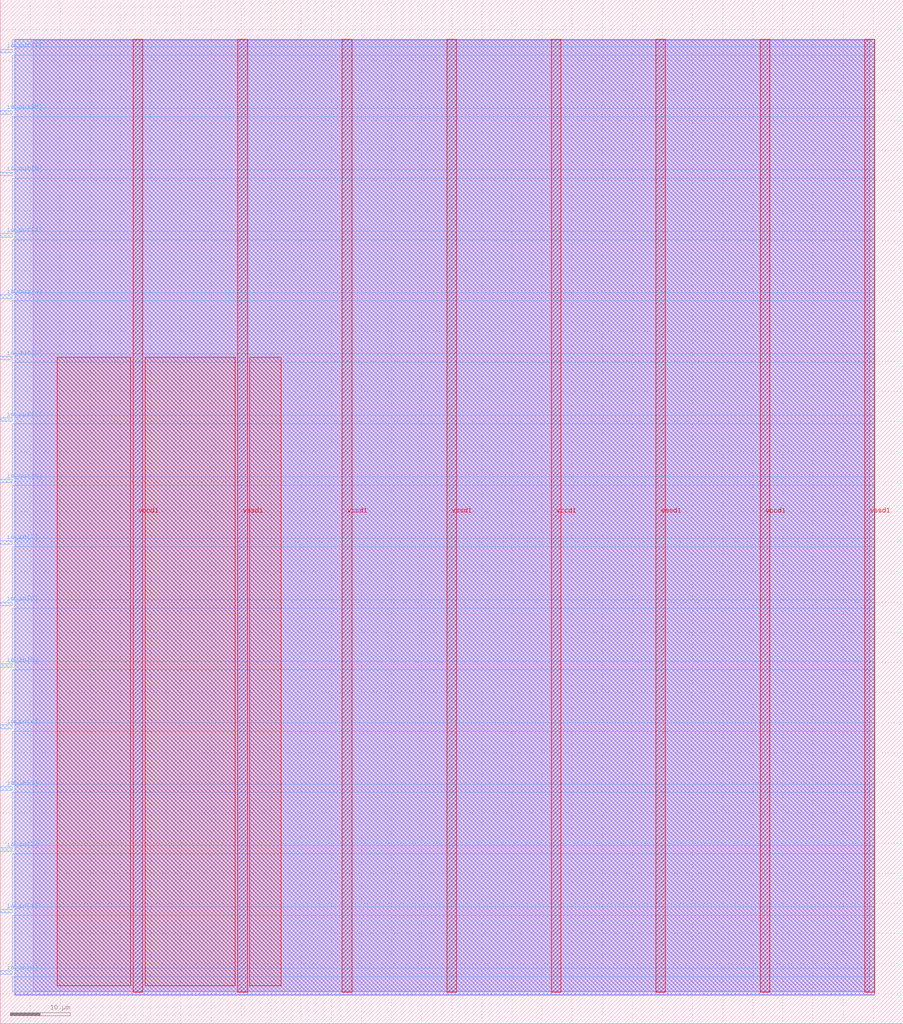
<source format=lef>
VERSION 5.7 ;
  NOWIREEXTENSIONATPIN ON ;
  DIVIDERCHAR "/" ;
  BUSBITCHARS "[]" ;
MACRO andrewm_parallel_to_uart
  CLASS BLOCK ;
  FOREIGN andrewm_parallel_to_uart ;
  ORIGIN 0.000 0.000 ;
  SIZE 150.000 BY 170.000 ;
  PIN io_in[0]
    DIRECTION INPUT ;
    USE SIGNAL ;
    PORT
      LAYER met3 ;
        RECT 0.000 8.200 2.000 8.800 ;
    END
  END io_in[0]
  PIN io_in[1]
    DIRECTION INPUT ;
    USE SIGNAL ;
    PORT
      LAYER met3 ;
        RECT 0.000 18.400 2.000 19.000 ;
    END
  END io_in[1]
  PIN io_in[2]
    DIRECTION INPUT ;
    USE SIGNAL ;
    PORT
      LAYER met3 ;
        RECT 0.000 28.600 2.000 29.200 ;
    END
  END io_in[2]
  PIN io_in[3]
    DIRECTION INPUT ;
    USE SIGNAL ;
    PORT
      LAYER met3 ;
        RECT 0.000 38.800 2.000 39.400 ;
    END
  END io_in[3]
  PIN io_in[4]
    DIRECTION INPUT ;
    USE SIGNAL ;
    PORT
      LAYER met3 ;
        RECT 0.000 49.000 2.000 49.600 ;
    END
  END io_in[4]
  PIN io_in[5]
    DIRECTION INPUT ;
    USE SIGNAL ;
    PORT
      LAYER met3 ;
        RECT 0.000 59.200 2.000 59.800 ;
    END
  END io_in[5]
  PIN io_in[6]
    DIRECTION INPUT ;
    USE SIGNAL ;
    PORT
      LAYER met3 ;
        RECT 0.000 69.400 2.000 70.000 ;
    END
  END io_in[6]
  PIN io_in[7]
    DIRECTION INPUT ;
    USE SIGNAL ;
    PORT
      LAYER met3 ;
        RECT 0.000 79.600 2.000 80.200 ;
    END
  END io_in[7]
  PIN io_out[0]
    DIRECTION OUTPUT TRISTATE ;
    USE SIGNAL ;
    PORT
      LAYER met3 ;
        RECT 0.000 89.800 2.000 90.400 ;
    END
  END io_out[0]
  PIN io_out[1]
    DIRECTION OUTPUT TRISTATE ;
    USE SIGNAL ;
    PORT
      LAYER met3 ;
        RECT 0.000 100.000 2.000 100.600 ;
    END
  END io_out[1]
  PIN io_out[2]
    DIRECTION OUTPUT TRISTATE ;
    USE SIGNAL ;
    PORT
      LAYER met3 ;
        RECT 0.000 110.200 2.000 110.800 ;
    END
  END io_out[2]
  PIN io_out[3]
    DIRECTION OUTPUT TRISTATE ;
    USE SIGNAL ;
    PORT
      LAYER met3 ;
        RECT 0.000 120.400 2.000 121.000 ;
    END
  END io_out[3]
  PIN io_out[4]
    DIRECTION OUTPUT TRISTATE ;
    USE SIGNAL ;
    PORT
      LAYER met3 ;
        RECT 0.000 130.600 2.000 131.200 ;
    END
  END io_out[4]
  PIN io_out[5]
    DIRECTION OUTPUT TRISTATE ;
    USE SIGNAL ;
    PORT
      LAYER met3 ;
        RECT 0.000 140.800 2.000 141.400 ;
    END
  END io_out[5]
  PIN io_out[6]
    DIRECTION OUTPUT TRISTATE ;
    USE SIGNAL ;
    PORT
      LAYER met3 ;
        RECT 0.000 151.000 2.000 151.600 ;
    END
  END io_out[6]
  PIN io_out[7]
    DIRECTION OUTPUT TRISTATE ;
    USE SIGNAL ;
    PORT
      LAYER met3 ;
        RECT 0.000 161.200 2.000 161.800 ;
    END
  END io_out[7]
  PIN vccd1
    DIRECTION INOUT ;
    USE POWER ;
    PORT
      LAYER met4 ;
        RECT 22.085 5.200 23.685 163.440 ;
    END
    PORT
      LAYER met4 ;
        RECT 56.815 5.200 58.415 163.440 ;
    END
    PORT
      LAYER met4 ;
        RECT 91.545 5.200 93.145 163.440 ;
    END
    PORT
      LAYER met4 ;
        RECT 126.275 5.200 127.875 163.440 ;
    END
  END vccd1
  PIN vssd1
    DIRECTION INOUT ;
    USE GROUND ;
    PORT
      LAYER met4 ;
        RECT 39.450 5.200 41.050 163.440 ;
    END
    PORT
      LAYER met4 ;
        RECT 74.180 5.200 75.780 163.440 ;
    END
    PORT
      LAYER met4 ;
        RECT 108.910 5.200 110.510 163.440 ;
    END
    PORT
      LAYER met4 ;
        RECT 143.640 5.200 145.240 163.440 ;
    END
  END vssd1
  OBS
      LAYER li1 ;
        RECT 5.520 5.355 144.440 163.285 ;
      LAYER met1 ;
        RECT 2.370 4.800 145.240 163.440 ;
      LAYER met2 ;
        RECT 2.390 4.770 145.210 163.385 ;
      LAYER met3 ;
        RECT 2.000 162.200 145.230 163.365 ;
        RECT 2.400 160.800 145.230 162.200 ;
        RECT 2.000 152.000 145.230 160.800 ;
        RECT 2.400 150.600 145.230 152.000 ;
        RECT 2.000 141.800 145.230 150.600 ;
        RECT 2.400 140.400 145.230 141.800 ;
        RECT 2.000 131.600 145.230 140.400 ;
        RECT 2.400 130.200 145.230 131.600 ;
        RECT 2.000 121.400 145.230 130.200 ;
        RECT 2.400 120.000 145.230 121.400 ;
        RECT 2.000 111.200 145.230 120.000 ;
        RECT 2.400 109.800 145.230 111.200 ;
        RECT 2.000 101.000 145.230 109.800 ;
        RECT 2.400 99.600 145.230 101.000 ;
        RECT 2.000 90.800 145.230 99.600 ;
        RECT 2.400 89.400 145.230 90.800 ;
        RECT 2.000 80.600 145.230 89.400 ;
        RECT 2.400 79.200 145.230 80.600 ;
        RECT 2.000 70.400 145.230 79.200 ;
        RECT 2.400 69.000 145.230 70.400 ;
        RECT 2.000 60.200 145.230 69.000 ;
        RECT 2.400 58.800 145.230 60.200 ;
        RECT 2.000 50.000 145.230 58.800 ;
        RECT 2.400 48.600 145.230 50.000 ;
        RECT 2.000 39.800 145.230 48.600 ;
        RECT 2.400 38.400 145.230 39.800 ;
        RECT 2.000 29.600 145.230 38.400 ;
        RECT 2.400 28.200 145.230 29.600 ;
        RECT 2.000 19.400 145.230 28.200 ;
        RECT 2.400 18.000 145.230 19.400 ;
        RECT 2.000 9.200 145.230 18.000 ;
        RECT 2.400 7.800 145.230 9.200 ;
        RECT 2.000 5.275 145.230 7.800 ;
      LAYER met4 ;
        RECT 9.495 6.295 21.685 110.665 ;
        RECT 24.085 6.295 39.050 110.665 ;
        RECT 41.450 6.295 46.625 110.665 ;
  END
END andrewm_parallel_to_uart
END LIBRARY


</source>
